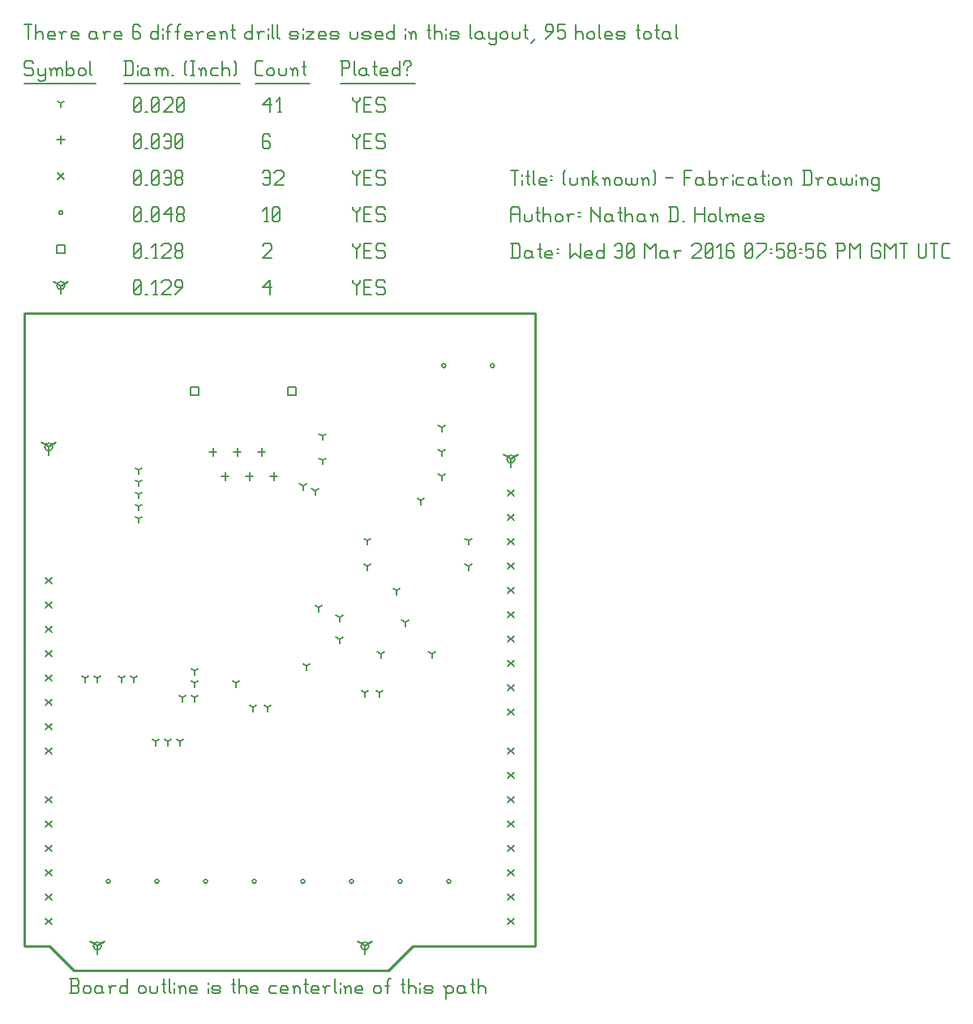
<source format=gbr>
G04 start of page 12 for group -3984 idx -3984 *
G04 Title: (unknown), fab *
G04 Creator: pcb 20140316 *
G04 CreationDate: Wed 30 Mar 2016 07:58:56 PM GMT UTC *
G04 For: ndholmes *
G04 Format: Gerber/RS-274X *
G04 PCB-Dimensions (mil): 2100.00 2700.00 *
G04 PCB-Coordinate-Origin: lower left *
%MOIN*%
%FSLAX25Y25*%
%LNFAB*%
%ADD77C,0.0100*%
%ADD76C,0.0060*%
%ADD75C,0.0001*%
%ADD74R,0.0080X0.0080*%
G54D74*X30000Y10000D02*Y6800D01*
G54D75*G36*
X29454Y10147D02*X32920Y12146D01*
X33320Y11453D01*
X29853Y9454D01*
X29454Y10147D01*
G37*
G36*
X30147Y9454D02*X26680Y11453D01*
X27080Y12146D01*
X30546Y10147D01*
X30147Y9454D01*
G37*
G54D74*X28400Y10000D02*G75*G03X31600Y10000I1600J0D01*G01*
G75*G03X28400Y10000I-1600J0D01*G01*
X10000Y215000D02*Y211800D01*
G54D75*G36*
X9454Y215147D02*X12920Y217146D01*
X13320Y216453D01*
X9853Y214454D01*
X9454Y215147D01*
G37*
G36*
X10147Y214454D02*X6680Y216453D01*
X7080Y217146D01*
X10546Y215147D01*
X10147Y214454D01*
G37*
G54D74*X8400Y215000D02*G75*G03X11600Y215000I1600J0D01*G01*
G75*G03X8400Y215000I-1600J0D01*G01*
X200000Y210000D02*Y206800D01*
G54D75*G36*
X199454Y210147D02*X202920Y212146D01*
X203320Y211453D01*
X199853Y209454D01*
X199454Y210147D01*
G37*
G36*
X200147Y209454D02*X196680Y211453D01*
X197080Y212146D01*
X200546Y210147D01*
X200147Y209454D01*
G37*
G54D74*X198400Y210000D02*G75*G03X201600Y210000I1600J0D01*G01*
G75*G03X198400Y210000I-1600J0D01*G01*
X140000Y10000D02*Y6800D01*
G54D75*G36*
X139454Y10147D02*X142920Y12146D01*
X143320Y11453D01*
X139853Y9454D01*
X139454Y10147D01*
G37*
G36*
X140147Y9454D02*X136680Y11453D01*
X137080Y12146D01*
X140546Y10147D01*
X140147Y9454D01*
G37*
G54D74*X138400Y10000D02*G75*G03X141600Y10000I1600J0D01*G01*
G75*G03X138400Y10000I-1600J0D01*G01*
X15000Y281250D02*Y278050D01*
G54D75*G36*
X14454Y281397D02*X17920Y283396D01*
X18320Y282703D01*
X14853Y280704D01*
X14454Y281397D01*
G37*
G36*
X15147Y280704D02*X11680Y282703D01*
X12080Y283396D01*
X15546Y281397D01*
X15147Y280704D01*
G37*
G54D74*X13400Y281250D02*G75*G03X16600Y281250I1600J0D01*G01*
G75*G03X13400Y281250I-1600J0D01*G01*
G54D76*X135000Y283500D02*Y282750D01*
X136500Y281250D01*
X138000Y282750D01*
Y283500D02*Y282750D01*
X136500Y281250D02*Y277500D01*
X139800Y280500D02*X142050D01*
X139800Y277500D02*X142800D01*
X139800Y283500D02*Y277500D01*
Y283500D02*X142800D01*
X147600D02*X148350Y282750D01*
X145350Y283500D02*X147600D01*
X144600Y282750D02*X145350Y283500D01*
X144600Y282750D02*Y281250D01*
X145350Y280500D01*
X147600D01*
X148350Y279750D01*
Y278250D01*
X147600Y277500D02*X148350Y278250D01*
X145350Y277500D02*X147600D01*
X144600Y278250D02*X145350Y277500D01*
X98000Y280500D02*X101000Y283500D01*
X98000Y280500D02*X101750D01*
X101000Y283500D02*Y277500D01*
X45000Y278250D02*X45750Y277500D01*
X45000Y282750D02*Y278250D01*
Y282750D02*X45750Y283500D01*
X47250D01*
X48000Y282750D01*
Y278250D01*
X47250Y277500D02*X48000Y278250D01*
X45750Y277500D02*X47250D01*
X45000Y279000D02*X48000Y282000D01*
X49800Y277500D02*X50550D01*
X53100D02*X54600D01*
X53850Y283500D02*Y277500D01*
X52350Y282000D02*X53850Y283500D01*
X56400Y282750D02*X57150Y283500D01*
X59400D01*
X60150Y282750D01*
Y281250D01*
X56400Y277500D02*X60150Y281250D01*
X56400Y277500D02*X60150D01*
X61950D02*X64950Y280500D01*
Y282750D02*Y280500D01*
X64200Y283500D02*X64950Y282750D01*
X62700Y283500D02*X64200D01*
X61950Y282750D02*X62700Y283500D01*
X61950Y282750D02*Y281250D01*
X62700Y280500D01*
X64950D01*
X68400Y239600D02*X71600D01*
X68400D02*Y236400D01*
X71600D01*
Y239600D02*Y236400D01*
X108400Y239600D02*X111600D01*
X108400D02*Y236400D01*
X111600D01*
Y239600D02*Y236400D01*
X13400Y297850D02*X16600D01*
X13400D02*Y294650D01*
X16600D01*
Y297850D02*Y294650D01*
X135000Y298500D02*Y297750D01*
X136500Y296250D01*
X138000Y297750D01*
Y298500D02*Y297750D01*
X136500Y296250D02*Y292500D01*
X139800Y295500D02*X142050D01*
X139800Y292500D02*X142800D01*
X139800Y298500D02*Y292500D01*
Y298500D02*X142800D01*
X147600D02*X148350Y297750D01*
X145350Y298500D02*X147600D01*
X144600Y297750D02*X145350Y298500D01*
X144600Y297750D02*Y296250D01*
X145350Y295500D01*
X147600D01*
X148350Y294750D01*
Y293250D01*
X147600Y292500D02*X148350Y293250D01*
X145350Y292500D02*X147600D01*
X144600Y293250D02*X145350Y292500D01*
X98000Y297750D02*X98750Y298500D01*
X101000D01*
X101750Y297750D01*
Y296250D01*
X98000Y292500D02*X101750Y296250D01*
X98000Y292500D02*X101750D01*
X45000Y293250D02*X45750Y292500D01*
X45000Y297750D02*Y293250D01*
Y297750D02*X45750Y298500D01*
X47250D01*
X48000Y297750D01*
Y293250D01*
X47250Y292500D02*X48000Y293250D01*
X45750Y292500D02*X47250D01*
X45000Y294000D02*X48000Y297000D01*
X49800Y292500D02*X50550D01*
X53100D02*X54600D01*
X53850Y298500D02*Y292500D01*
X52350Y297000D02*X53850Y298500D01*
X56400Y297750D02*X57150Y298500D01*
X59400D01*
X60150Y297750D01*
Y296250D01*
X56400Y292500D02*X60150Y296250D01*
X56400Y292500D02*X60150D01*
X61950Y293250D02*X62700Y292500D01*
X61950Y294750D02*Y293250D01*
Y294750D02*X62700Y295500D01*
X64200D01*
X64950Y294750D01*
Y293250D01*
X64200Y292500D02*X64950Y293250D01*
X62700Y292500D02*X64200D01*
X61950Y296250D02*X62700Y295500D01*
X61950Y297750D02*Y296250D01*
Y297750D02*X62700Y298500D01*
X64200D01*
X64950Y297750D01*
Y296250D01*
X64200Y295500D02*X64950Y296250D01*
X113700Y36500D02*G75*G03X115300Y36500I800J0D01*G01*
G75*G03X113700Y36500I-800J0D01*G01*
X133700D02*G75*G03X135300Y36500I800J0D01*G01*
G75*G03X133700Y36500I-800J0D01*G01*
X153700D02*G75*G03X155300Y36500I800J0D01*G01*
G75*G03X153700Y36500I-800J0D01*G01*
X173700D02*G75*G03X175300Y36500I800J0D01*G01*
G75*G03X173700Y36500I-800J0D01*G01*
X73700D02*G75*G03X75300Y36500I800J0D01*G01*
G75*G03X73700Y36500I-800J0D01*G01*
X93700D02*G75*G03X95300Y36500I800J0D01*G01*
G75*G03X93700Y36500I-800J0D01*G01*
X33700D02*G75*G03X35300Y36500I800J0D01*G01*
G75*G03X33700Y36500I-800J0D01*G01*
X53700D02*G75*G03X55300Y36500I800J0D01*G01*
G75*G03X53700Y36500I-800J0D01*G01*
X191600Y248400D02*G75*G03X193200Y248400I800J0D01*G01*
G75*G03X191600Y248400I-800J0D01*G01*
X171600D02*G75*G03X173200Y248400I800J0D01*G01*
G75*G03X171600Y248400I-800J0D01*G01*
X14200Y311250D02*G75*G03X15800Y311250I800J0D01*G01*
G75*G03X14200Y311250I-800J0D01*G01*
X135000Y313500D02*Y312750D01*
X136500Y311250D01*
X138000Y312750D01*
Y313500D02*Y312750D01*
X136500Y311250D02*Y307500D01*
X139800Y310500D02*X142050D01*
X139800Y307500D02*X142800D01*
X139800Y313500D02*Y307500D01*
Y313500D02*X142800D01*
X147600D02*X148350Y312750D01*
X145350Y313500D02*X147600D01*
X144600Y312750D02*X145350Y313500D01*
X144600Y312750D02*Y311250D01*
X145350Y310500D01*
X147600D01*
X148350Y309750D01*
Y308250D01*
X147600Y307500D02*X148350Y308250D01*
X145350Y307500D02*X147600D01*
X144600Y308250D02*X145350Y307500D01*
X98750D02*X100250D01*
X99500Y313500D02*Y307500D01*
X98000Y312000D02*X99500Y313500D01*
X102050Y308250D02*X102800Y307500D01*
X102050Y312750D02*Y308250D01*
Y312750D02*X102800Y313500D01*
X104300D01*
X105050Y312750D01*
Y308250D01*
X104300Y307500D02*X105050Y308250D01*
X102800Y307500D02*X104300D01*
X102050Y309000D02*X105050Y312000D01*
X45000Y308250D02*X45750Y307500D01*
X45000Y312750D02*Y308250D01*
Y312750D02*X45750Y313500D01*
X47250D01*
X48000Y312750D01*
Y308250D01*
X47250Y307500D02*X48000Y308250D01*
X45750Y307500D02*X47250D01*
X45000Y309000D02*X48000Y312000D01*
X49800Y307500D02*X50550D01*
X52350Y308250D02*X53100Y307500D01*
X52350Y312750D02*Y308250D01*
Y312750D02*X53100Y313500D01*
X54600D01*
X55350Y312750D01*
Y308250D01*
X54600Y307500D02*X55350Y308250D01*
X53100Y307500D02*X54600D01*
X52350Y309000D02*X55350Y312000D01*
X57150Y310500D02*X60150Y313500D01*
X57150Y310500D02*X60900D01*
X60150Y313500D02*Y307500D01*
X62700Y308250D02*X63450Y307500D01*
X62700Y309750D02*Y308250D01*
Y309750D02*X63450Y310500D01*
X64950D01*
X65700Y309750D01*
Y308250D01*
X64950Y307500D02*X65700Y308250D01*
X63450Y307500D02*X64950D01*
X62700Y311250D02*X63450Y310500D01*
X62700Y312750D02*Y311250D01*
Y312750D02*X63450Y313500D01*
X64950D01*
X65700Y312750D01*
Y311250D01*
X64950Y310500D02*X65700Y311250D01*
X198800Y21200D02*X201200Y18800D01*
X198800D02*X201200Y21200D01*
X198800Y31200D02*X201200Y28800D01*
X198800D02*X201200Y31200D01*
X198800Y41200D02*X201200Y38800D01*
X198800D02*X201200Y41200D01*
X198800Y51200D02*X201200Y48800D01*
X198800D02*X201200Y51200D01*
X198800Y61200D02*X201200Y58800D01*
X198800D02*X201200Y61200D01*
X198800Y71200D02*X201200Y68800D01*
X198800D02*X201200Y71200D01*
X198800Y81200D02*X201200Y78800D01*
X198800D02*X201200Y81200D01*
X198800Y91200D02*X201200Y88800D01*
X198800D02*X201200Y91200D01*
X198800Y107200D02*X201200Y104800D01*
X198800D02*X201200Y107200D01*
X198800Y117200D02*X201200Y114800D01*
X198800D02*X201200Y117200D01*
X198800Y127200D02*X201200Y124800D01*
X198800D02*X201200Y127200D01*
X198800Y137200D02*X201200Y134800D01*
X198800D02*X201200Y137200D01*
X198800Y147200D02*X201200Y144800D01*
X198800D02*X201200Y147200D01*
X198800Y157200D02*X201200Y154800D01*
X198800D02*X201200Y157200D01*
X198800Y167200D02*X201200Y164800D01*
X198800D02*X201200Y167200D01*
X198800Y177200D02*X201200Y174800D01*
X198800D02*X201200Y177200D01*
X198800Y187200D02*X201200Y184800D01*
X198800D02*X201200Y187200D01*
X198800Y197200D02*X201200Y194800D01*
X198800D02*X201200Y197200D01*
X8800Y161200D02*X11200Y158800D01*
X8800D02*X11200Y161200D01*
X8800Y151200D02*X11200Y148800D01*
X8800D02*X11200Y151200D01*
X8800Y141200D02*X11200Y138800D01*
X8800D02*X11200Y141200D01*
X8800Y131200D02*X11200Y128800D01*
X8800D02*X11200Y131200D01*
X8800Y121200D02*X11200Y118800D01*
X8800D02*X11200Y121200D01*
X8800Y111200D02*X11200Y108800D01*
X8800D02*X11200Y111200D01*
X8800Y101200D02*X11200Y98800D01*
X8800D02*X11200Y101200D01*
X8800Y91200D02*X11200Y88800D01*
X8800D02*X11200Y91200D01*
X8800Y71200D02*X11200Y68800D01*
X8800D02*X11200Y71200D01*
X8800Y61200D02*X11200Y58800D01*
X8800D02*X11200Y61200D01*
X8800Y51200D02*X11200Y48800D01*
X8800D02*X11200Y51200D01*
X8800Y41200D02*X11200Y38800D01*
X8800D02*X11200Y41200D01*
X8800Y31200D02*X11200Y28800D01*
X8800D02*X11200Y31200D01*
X8800Y21200D02*X11200Y18800D01*
X8800D02*X11200Y21200D01*
X13800Y327450D02*X16200Y325050D01*
X13800D02*X16200Y327450D01*
X135000Y328500D02*Y327750D01*
X136500Y326250D01*
X138000Y327750D01*
Y328500D02*Y327750D01*
X136500Y326250D02*Y322500D01*
X139800Y325500D02*X142050D01*
X139800Y322500D02*X142800D01*
X139800Y328500D02*Y322500D01*
Y328500D02*X142800D01*
X147600D02*X148350Y327750D01*
X145350Y328500D02*X147600D01*
X144600Y327750D02*X145350Y328500D01*
X144600Y327750D02*Y326250D01*
X145350Y325500D01*
X147600D01*
X148350Y324750D01*
Y323250D01*
X147600Y322500D02*X148350Y323250D01*
X145350Y322500D02*X147600D01*
X144600Y323250D02*X145350Y322500D01*
X98000Y327750D02*X98750Y328500D01*
X100250D01*
X101000Y327750D01*
Y323250D01*
X100250Y322500D02*X101000Y323250D01*
X98750Y322500D02*X100250D01*
X98000Y323250D02*X98750Y322500D01*
Y325500D02*X101000D01*
X102800Y327750D02*X103550Y328500D01*
X105800D01*
X106550Y327750D01*
Y326250D01*
X102800Y322500D02*X106550Y326250D01*
X102800Y322500D02*X106550D01*
X45000Y323250D02*X45750Y322500D01*
X45000Y327750D02*Y323250D01*
Y327750D02*X45750Y328500D01*
X47250D01*
X48000Y327750D01*
Y323250D01*
X47250Y322500D02*X48000Y323250D01*
X45750Y322500D02*X47250D01*
X45000Y324000D02*X48000Y327000D01*
X49800Y322500D02*X50550D01*
X52350Y323250D02*X53100Y322500D01*
X52350Y327750D02*Y323250D01*
Y327750D02*X53100Y328500D01*
X54600D01*
X55350Y327750D01*
Y323250D01*
X54600Y322500D02*X55350Y323250D01*
X53100Y322500D02*X54600D01*
X52350Y324000D02*X55350Y327000D01*
X57150Y327750D02*X57900Y328500D01*
X59400D01*
X60150Y327750D01*
Y323250D01*
X59400Y322500D02*X60150Y323250D01*
X57900Y322500D02*X59400D01*
X57150Y323250D02*X57900Y322500D01*
Y325500D02*X60150D01*
X61950Y323250D02*X62700Y322500D01*
X61950Y324750D02*Y323250D01*
Y324750D02*X62700Y325500D01*
X64200D01*
X64950Y324750D01*
Y323250D01*
X64200Y322500D02*X64950Y323250D01*
X62700Y322500D02*X64200D01*
X61950Y326250D02*X62700Y325500D01*
X61950Y327750D02*Y326250D01*
Y327750D02*X62700Y328500D01*
X64200D01*
X64950Y327750D01*
Y326250D01*
X64200Y325500D02*X64950Y326250D01*
X102500Y204600D02*Y201400D01*
X100900Y203000D02*X104100D01*
X97500Y214600D02*Y211400D01*
X95900Y213000D02*X99100D01*
X92500Y204600D02*Y201400D01*
X90900Y203000D02*X94100D01*
X87500Y214600D02*Y211400D01*
X85900Y213000D02*X89100D01*
X82500Y204600D02*Y201400D01*
X80900Y203000D02*X84100D01*
X77500Y214600D02*Y211400D01*
X75900Y213000D02*X79100D01*
X15000Y342850D02*Y339650D01*
X13400Y341250D02*X16600D01*
X135000Y343500D02*Y342750D01*
X136500Y341250D01*
X138000Y342750D01*
Y343500D02*Y342750D01*
X136500Y341250D02*Y337500D01*
X139800Y340500D02*X142050D01*
X139800Y337500D02*X142800D01*
X139800Y343500D02*Y337500D01*
Y343500D02*X142800D01*
X147600D02*X148350Y342750D01*
X145350Y343500D02*X147600D01*
X144600Y342750D02*X145350Y343500D01*
X144600Y342750D02*Y341250D01*
X145350Y340500D01*
X147600D01*
X148350Y339750D01*
Y338250D01*
X147600Y337500D02*X148350Y338250D01*
X145350Y337500D02*X147600D01*
X144600Y338250D02*X145350Y337500D01*
X100250Y343500D02*X101000Y342750D01*
X98750Y343500D02*X100250D01*
X98000Y342750D02*X98750Y343500D01*
X98000Y342750D02*Y338250D01*
X98750Y337500D01*
X100250Y340500D02*X101000Y339750D01*
X98000Y340500D02*X100250D01*
X98750Y337500D02*X100250D01*
X101000Y338250D01*
Y339750D02*Y338250D01*
X45000D02*X45750Y337500D01*
X45000Y342750D02*Y338250D01*
Y342750D02*X45750Y343500D01*
X47250D01*
X48000Y342750D01*
Y338250D01*
X47250Y337500D02*X48000Y338250D01*
X45750Y337500D02*X47250D01*
X45000Y339000D02*X48000Y342000D01*
X49800Y337500D02*X50550D01*
X52350Y338250D02*X53100Y337500D01*
X52350Y342750D02*Y338250D01*
Y342750D02*X53100Y343500D01*
X54600D01*
X55350Y342750D01*
Y338250D01*
X54600Y337500D02*X55350Y338250D01*
X53100Y337500D02*X54600D01*
X52350Y339000D02*X55350Y342000D01*
X57150Y342750D02*X57900Y343500D01*
X59400D01*
X60150Y342750D01*
Y338250D01*
X59400Y337500D02*X60150Y338250D01*
X57900Y337500D02*X59400D01*
X57150Y338250D02*X57900Y337500D01*
Y340500D02*X60150D01*
X61950Y338250D02*X62700Y337500D01*
X61950Y342750D02*Y338250D01*
Y342750D02*X62700Y343500D01*
X64200D01*
X64950Y342750D01*
Y338250D01*
X64200Y337500D02*X64950Y338250D01*
X62700Y337500D02*X64200D01*
X61950Y339000D02*X64950Y342000D01*
X64000Y94000D02*Y92400D01*
Y94000D02*X65387Y94800D01*
X64000Y94000D02*X62613Y94800D01*
X146000Y114000D02*Y112400D01*
Y114000D02*X147387Y114800D01*
X146000Y114000D02*X144613Y114800D01*
X59000Y94000D02*Y92400D01*
Y94000D02*X60387Y94800D01*
X59000Y94000D02*X57613Y94800D01*
X54000Y94000D02*Y92400D01*
Y94000D02*X55387Y94800D01*
X54000Y94000D02*X52613Y94800D01*
X70000Y112000D02*Y110400D01*
Y112000D02*X71387Y112800D01*
X70000Y112000D02*X68613Y112800D01*
X70000Y118000D02*Y116400D01*
Y118000D02*X71387Y118800D01*
X70000Y118000D02*X68613Y118800D01*
X140000Y114000D02*Y112400D01*
Y114000D02*X141387Y114800D01*
X140000Y114000D02*X138613Y114800D01*
X65000Y112000D02*Y110400D01*
Y112000D02*X66387Y112800D01*
X65000Y112000D02*X63613Y112800D01*
X116000Y125000D02*Y123400D01*
Y125000D02*X117387Y125800D01*
X116000Y125000D02*X114613Y125800D01*
X94000Y108000D02*Y106400D01*
Y108000D02*X95387Y108800D01*
X94000Y108000D02*X92613Y108800D01*
X100000Y108000D02*Y106400D01*
Y108000D02*X101387Y108800D01*
X100000Y108000D02*X98613Y108800D01*
X70000Y123000D02*Y121400D01*
Y123000D02*X71387Y123800D01*
X70000Y123000D02*X68613Y123800D01*
X87000Y118000D02*Y116400D01*
Y118000D02*X88387Y118800D01*
X87000Y118000D02*X85613Y118800D01*
X30000Y120000D02*Y118400D01*
Y120000D02*X31387Y120800D01*
X30000Y120000D02*X28613Y120800D01*
X25000Y120000D02*Y118400D01*
Y120000D02*X26387Y120800D01*
X25000Y120000D02*X23613Y120800D01*
X40000Y120000D02*Y118400D01*
Y120000D02*X41387Y120800D01*
X40000Y120000D02*X38613Y120800D01*
X45000Y120000D02*Y118400D01*
Y120000D02*X46387Y120800D01*
X45000Y120000D02*X43613Y120800D01*
X182500Y176500D02*Y174900D01*
Y176500D02*X183887Y177300D01*
X182500Y176500D02*X181113Y177300D01*
X141000Y176500D02*Y174900D01*
Y176500D02*X142387Y177300D01*
X141000Y176500D02*X139613Y177300D01*
X182500Y166000D02*Y164400D01*
Y166000D02*X183887Y166800D01*
X182500Y166000D02*X181113Y166800D01*
X141000Y166000D02*Y164400D01*
Y166000D02*X142387Y166800D01*
X141000Y166000D02*X139613Y166800D01*
X167500Y130000D02*Y128400D01*
Y130000D02*X168887Y130800D01*
X167500Y130000D02*X166113Y130800D01*
X129500Y136000D02*Y134400D01*
Y136000D02*X130887Y136800D01*
X129500Y136000D02*X128113Y136800D01*
X129500Y145000D02*Y143400D01*
Y145000D02*X130887Y145800D01*
X129500Y145000D02*X128113Y145800D01*
X146500Y130000D02*Y128400D01*
Y130000D02*X147887Y130800D01*
X146500Y130000D02*X145113Y130800D01*
X156500Y143000D02*Y141400D01*
Y143000D02*X157887Y143800D01*
X156500Y143000D02*X155113Y143800D01*
X171500Y223000D02*Y221400D01*
Y223000D02*X172887Y223800D01*
X171500Y223000D02*X170113Y223800D01*
X171500Y213000D02*Y211400D01*
Y213000D02*X172887Y213800D01*
X171500Y213000D02*X170113Y213800D01*
X171500Y203000D02*Y201400D01*
Y203000D02*X172887Y203800D01*
X171500Y203000D02*X170113Y203800D01*
X153000Y156000D02*Y154400D01*
Y156000D02*X154387Y156800D01*
X153000Y156000D02*X151613Y156800D01*
X163000Y193000D02*Y191400D01*
Y193000D02*X164387Y193800D01*
X163000Y193000D02*X161613Y193800D01*
X122500Y209500D02*Y207900D01*
Y209500D02*X123887Y210300D01*
X122500Y209500D02*X121113Y210300D01*
X122500Y219500D02*Y217900D01*
Y219500D02*X123887Y220300D01*
X122500Y219500D02*X121113Y220300D01*
X119500Y197000D02*Y195400D01*
Y197000D02*X120887Y197800D01*
X119500Y197000D02*X118113Y197800D01*
X114500Y199000D02*Y197400D01*
Y199000D02*X115887Y199800D01*
X114500Y199000D02*X113113Y199800D01*
X121000Y149000D02*Y147400D01*
Y149000D02*X122387Y149800D01*
X121000Y149000D02*X119613Y149800D01*
X47000Y195500D02*Y193900D01*
Y195500D02*X48387Y196300D01*
X47000Y195500D02*X45613Y196300D01*
X47000Y200500D02*Y198900D01*
Y200500D02*X48387Y201300D01*
X47000Y200500D02*X45613Y201300D01*
X47000Y205500D02*Y203900D01*
Y205500D02*X48387Y206300D01*
X47000Y205500D02*X45613Y206300D01*
X47000Y190500D02*Y188900D01*
Y190500D02*X48387Y191300D01*
X47000Y190500D02*X45613Y191300D01*
X47000Y185500D02*Y183900D01*
Y185500D02*X48387Y186300D01*
X47000Y185500D02*X45613Y186300D01*
X15000Y356250D02*Y354650D01*
Y356250D02*X16387Y357050D01*
X15000Y356250D02*X13613Y357050D01*
X135000Y358500D02*Y357750D01*
X136500Y356250D01*
X138000Y357750D01*
Y358500D02*Y357750D01*
X136500Y356250D02*Y352500D01*
X139800Y355500D02*X142050D01*
X139800Y352500D02*X142800D01*
X139800Y358500D02*Y352500D01*
Y358500D02*X142800D01*
X147600D02*X148350Y357750D01*
X145350Y358500D02*X147600D01*
X144600Y357750D02*X145350Y358500D01*
X144600Y357750D02*Y356250D01*
X145350Y355500D01*
X147600D01*
X148350Y354750D01*
Y353250D01*
X147600Y352500D02*X148350Y353250D01*
X145350Y352500D02*X147600D01*
X144600Y353250D02*X145350Y352500D01*
X98000Y355500D02*X101000Y358500D01*
X98000Y355500D02*X101750D01*
X101000Y358500D02*Y352500D01*
X104300D02*X105800D01*
X105050Y358500D02*Y352500D01*
X103550Y357000D02*X105050Y358500D01*
X45000Y353250D02*X45750Y352500D01*
X45000Y357750D02*Y353250D01*
Y357750D02*X45750Y358500D01*
X47250D01*
X48000Y357750D01*
Y353250D01*
X47250Y352500D02*X48000Y353250D01*
X45750Y352500D02*X47250D01*
X45000Y354000D02*X48000Y357000D01*
X49800Y352500D02*X50550D01*
X52350Y353250D02*X53100Y352500D01*
X52350Y357750D02*Y353250D01*
Y357750D02*X53100Y358500D01*
X54600D01*
X55350Y357750D01*
Y353250D01*
X54600Y352500D02*X55350Y353250D01*
X53100Y352500D02*X54600D01*
X52350Y354000D02*X55350Y357000D01*
X57150Y357750D02*X57900Y358500D01*
X60150D01*
X60900Y357750D01*
Y356250D01*
X57150Y352500D02*X60900Y356250D01*
X57150Y352500D02*X60900D01*
X62700Y353250D02*X63450Y352500D01*
X62700Y357750D02*Y353250D01*
Y357750D02*X63450Y358500D01*
X64950D01*
X65700Y357750D01*
Y353250D01*
X64950Y352500D02*X65700Y353250D01*
X63450Y352500D02*X64950D01*
X62700Y354000D02*X65700Y357000D01*
X3000Y373500D02*X3750Y372750D01*
X750Y373500D02*X3000D01*
X0Y372750D02*X750Y373500D01*
X0Y372750D02*Y371250D01*
X750Y370500D01*
X3000D01*
X3750Y369750D01*
Y368250D01*
X3000Y367500D02*X3750Y368250D01*
X750Y367500D02*X3000D01*
X0Y368250D02*X750Y367500D01*
X5550Y370500D02*Y368250D01*
X6300Y367500D01*
X8550Y370500D02*Y366000D01*
X7800Y365250D02*X8550Y366000D01*
X6300Y365250D02*X7800D01*
X5550Y366000D02*X6300Y365250D01*
Y367500D02*X7800D01*
X8550Y368250D01*
X11100Y369750D02*Y367500D01*
Y369750D02*X11850Y370500D01*
X12600D01*
X13350Y369750D01*
Y367500D01*
Y369750D02*X14100Y370500D01*
X14850D01*
X15600Y369750D01*
Y367500D01*
X10350Y370500D02*X11100Y369750D01*
X17400Y373500D02*Y367500D01*
Y368250D02*X18150Y367500D01*
X19650D01*
X20400Y368250D01*
Y369750D02*Y368250D01*
X19650Y370500D02*X20400Y369750D01*
X18150Y370500D02*X19650D01*
X17400Y369750D02*X18150Y370500D01*
X22200Y369750D02*Y368250D01*
Y369750D02*X22950Y370500D01*
X24450D01*
X25200Y369750D01*
Y368250D01*
X24450Y367500D02*X25200Y368250D01*
X22950Y367500D02*X24450D01*
X22200Y368250D02*X22950Y367500D01*
X27000Y373500D02*Y368250D01*
X27750Y367500D01*
X0Y364250D02*X29250D01*
X41750Y373500D02*Y367500D01*
X44000Y373500D02*X44750Y372750D01*
Y368250D01*
X44000Y367500D02*X44750Y368250D01*
X41000Y367500D02*X44000D01*
X41000Y373500D02*X44000D01*
X46550Y372000D02*Y371250D01*
Y369750D02*Y367500D01*
X50300Y370500D02*X51050Y369750D01*
X48800Y370500D02*X50300D01*
X48050Y369750D02*X48800Y370500D01*
X48050Y369750D02*Y368250D01*
X48800Y367500D01*
X51050Y370500D02*Y368250D01*
X51800Y367500D01*
X48800D02*X50300D01*
X51050Y368250D01*
X54350Y369750D02*Y367500D01*
Y369750D02*X55100Y370500D01*
X55850D01*
X56600Y369750D01*
Y367500D01*
Y369750D02*X57350Y370500D01*
X58100D01*
X58850Y369750D01*
Y367500D01*
X53600Y370500D02*X54350Y369750D01*
X60650Y367500D02*X61400D01*
X65900Y368250D02*X66650Y367500D01*
X65900Y372750D02*X66650Y373500D01*
X65900Y372750D02*Y368250D01*
X68450Y373500D02*X69950D01*
X69200D02*Y367500D01*
X68450D02*X69950D01*
X72500Y369750D02*Y367500D01*
Y369750D02*X73250Y370500D01*
X74000D01*
X74750Y369750D01*
Y367500D01*
X71750Y370500D02*X72500Y369750D01*
X77300Y370500D02*X79550D01*
X76550Y369750D02*X77300Y370500D01*
X76550Y369750D02*Y368250D01*
X77300Y367500D01*
X79550D01*
X81350Y373500D02*Y367500D01*
Y369750D02*X82100Y370500D01*
X83600D01*
X84350Y369750D01*
Y367500D01*
X86150Y373500D02*X86900Y372750D01*
Y368250D01*
X86150Y367500D02*X86900Y368250D01*
X41000Y364250D02*X88700D01*
X95750Y367500D02*X98000D01*
X95000Y368250D02*X95750Y367500D01*
X95000Y372750D02*Y368250D01*
Y372750D02*X95750Y373500D01*
X98000D01*
X99800Y369750D02*Y368250D01*
Y369750D02*X100550Y370500D01*
X102050D01*
X102800Y369750D01*
Y368250D01*
X102050Y367500D02*X102800Y368250D01*
X100550Y367500D02*X102050D01*
X99800Y368250D02*X100550Y367500D01*
X104600Y370500D02*Y368250D01*
X105350Y367500D01*
X106850D01*
X107600Y368250D01*
Y370500D02*Y368250D01*
X110150Y369750D02*Y367500D01*
Y369750D02*X110900Y370500D01*
X111650D01*
X112400Y369750D01*
Y367500D01*
X109400Y370500D02*X110150Y369750D01*
X114950Y373500D02*Y368250D01*
X115700Y367500D01*
X114200Y371250D02*X115700D01*
X95000Y364250D02*X117200D01*
X130750Y373500D02*Y367500D01*
X130000Y373500D02*X133000D01*
X133750Y372750D01*
Y371250D01*
X133000Y370500D02*X133750Y371250D01*
X130750Y370500D02*X133000D01*
X135550Y373500D02*Y368250D01*
X136300Y367500D01*
X140050Y370500D02*X140800Y369750D01*
X138550Y370500D02*X140050D01*
X137800Y369750D02*X138550Y370500D01*
X137800Y369750D02*Y368250D01*
X138550Y367500D01*
X140800Y370500D02*Y368250D01*
X141550Y367500D01*
X138550D02*X140050D01*
X140800Y368250D01*
X144100Y373500D02*Y368250D01*
X144850Y367500D01*
X143350Y371250D02*X144850D01*
X147100Y367500D02*X149350D01*
X146350Y368250D02*X147100Y367500D01*
X146350Y369750D02*Y368250D01*
Y369750D02*X147100Y370500D01*
X148600D01*
X149350Y369750D01*
X146350Y369000D02*X149350D01*
Y369750D02*Y369000D01*
X154150Y373500D02*Y367500D01*
X153400D02*X154150Y368250D01*
X151900Y367500D02*X153400D01*
X151150Y368250D02*X151900Y367500D01*
X151150Y369750D02*Y368250D01*
Y369750D02*X151900Y370500D01*
X153400D01*
X154150Y369750D01*
X157450Y370500D02*Y369750D01*
Y368250D02*Y367500D01*
X155950Y372750D02*Y372000D01*
Y372750D02*X156700Y373500D01*
X158200D01*
X158950Y372750D01*
Y372000D01*
X157450Y370500D02*X158950Y372000D01*
X130000Y364250D02*X160750D01*
X0Y388500D02*X3000D01*
X1500D02*Y382500D01*
X4800Y388500D02*Y382500D01*
Y384750D02*X5550Y385500D01*
X7050D01*
X7800Y384750D01*
Y382500D01*
X10350D02*X12600D01*
X9600Y383250D02*X10350Y382500D01*
X9600Y384750D02*Y383250D01*
Y384750D02*X10350Y385500D01*
X11850D01*
X12600Y384750D01*
X9600Y384000D02*X12600D01*
Y384750D02*Y384000D01*
X15150Y384750D02*Y382500D01*
Y384750D02*X15900Y385500D01*
X17400D01*
X14400D02*X15150Y384750D01*
X19950Y382500D02*X22200D01*
X19200Y383250D02*X19950Y382500D01*
X19200Y384750D02*Y383250D01*
Y384750D02*X19950Y385500D01*
X21450D01*
X22200Y384750D01*
X19200Y384000D02*X22200D01*
Y384750D02*Y384000D01*
X28950Y385500D02*X29700Y384750D01*
X27450Y385500D02*X28950D01*
X26700Y384750D02*X27450Y385500D01*
X26700Y384750D02*Y383250D01*
X27450Y382500D01*
X29700Y385500D02*Y383250D01*
X30450Y382500D01*
X27450D02*X28950D01*
X29700Y383250D01*
X33000Y384750D02*Y382500D01*
Y384750D02*X33750Y385500D01*
X35250D01*
X32250D02*X33000Y384750D01*
X37800Y382500D02*X40050D01*
X37050Y383250D02*X37800Y382500D01*
X37050Y384750D02*Y383250D01*
Y384750D02*X37800Y385500D01*
X39300D01*
X40050Y384750D01*
X37050Y384000D02*X40050D01*
Y384750D02*Y384000D01*
X46800Y388500D02*X47550Y387750D01*
X45300Y388500D02*X46800D01*
X44550Y387750D02*X45300Y388500D01*
X44550Y387750D02*Y383250D01*
X45300Y382500D01*
X46800Y385500D02*X47550Y384750D01*
X44550Y385500D02*X46800D01*
X45300Y382500D02*X46800D01*
X47550Y383250D01*
Y384750D02*Y383250D01*
X55050Y388500D02*Y382500D01*
X54300D02*X55050Y383250D01*
X52800Y382500D02*X54300D01*
X52050Y383250D02*X52800Y382500D01*
X52050Y384750D02*Y383250D01*
Y384750D02*X52800Y385500D01*
X54300D01*
X55050Y384750D01*
X56850Y387000D02*Y386250D01*
Y384750D02*Y382500D01*
X59100Y387750D02*Y382500D01*
Y387750D02*X59850Y388500D01*
X60600D01*
X58350Y385500D02*X59850D01*
X62850Y387750D02*Y382500D01*
Y387750D02*X63600Y388500D01*
X64350D01*
X62100Y385500D02*X63600D01*
X66600Y382500D02*X68850D01*
X65850Y383250D02*X66600Y382500D01*
X65850Y384750D02*Y383250D01*
Y384750D02*X66600Y385500D01*
X68100D01*
X68850Y384750D01*
X65850Y384000D02*X68850D01*
Y384750D02*Y384000D01*
X71400Y384750D02*Y382500D01*
Y384750D02*X72150Y385500D01*
X73650D01*
X70650D02*X71400Y384750D01*
X76200Y382500D02*X78450D01*
X75450Y383250D02*X76200Y382500D01*
X75450Y384750D02*Y383250D01*
Y384750D02*X76200Y385500D01*
X77700D01*
X78450Y384750D01*
X75450Y384000D02*X78450D01*
Y384750D02*Y384000D01*
X81000Y384750D02*Y382500D01*
Y384750D02*X81750Y385500D01*
X82500D01*
X83250Y384750D01*
Y382500D01*
X80250Y385500D02*X81000Y384750D01*
X85800Y388500D02*Y383250D01*
X86550Y382500D01*
X85050Y386250D02*X86550D01*
X93750Y388500D02*Y382500D01*
X93000D02*X93750Y383250D01*
X91500Y382500D02*X93000D01*
X90750Y383250D02*X91500Y382500D01*
X90750Y384750D02*Y383250D01*
Y384750D02*X91500Y385500D01*
X93000D01*
X93750Y384750D01*
X96300D02*Y382500D01*
Y384750D02*X97050Y385500D01*
X98550D01*
X95550D02*X96300Y384750D01*
X100350Y387000D02*Y386250D01*
Y384750D02*Y382500D01*
X101850Y388500D02*Y383250D01*
X102600Y382500D01*
X104100Y388500D02*Y383250D01*
X104850Y382500D01*
X109800D02*X112050D01*
X112800Y383250D01*
X112050Y384000D02*X112800Y383250D01*
X109800Y384000D02*X112050D01*
X109050Y384750D02*X109800Y384000D01*
X109050Y384750D02*X109800Y385500D01*
X112050D01*
X112800Y384750D01*
X109050Y383250D02*X109800Y382500D01*
X114600Y387000D02*Y386250D01*
Y384750D02*Y382500D01*
X116100Y385500D02*X119100D01*
X116100Y382500D02*X119100Y385500D01*
X116100Y382500D02*X119100D01*
X121650D02*X123900D01*
X120900Y383250D02*X121650Y382500D01*
X120900Y384750D02*Y383250D01*
Y384750D02*X121650Y385500D01*
X123150D01*
X123900Y384750D01*
X120900Y384000D02*X123900D01*
Y384750D02*Y384000D01*
X126450Y382500D02*X128700D01*
X129450Y383250D01*
X128700Y384000D02*X129450Y383250D01*
X126450Y384000D02*X128700D01*
X125700Y384750D02*X126450Y384000D01*
X125700Y384750D02*X126450Y385500D01*
X128700D01*
X129450Y384750D01*
X125700Y383250D02*X126450Y382500D01*
X133950Y385500D02*Y383250D01*
X134700Y382500D01*
X136200D01*
X136950Y383250D01*
Y385500D02*Y383250D01*
X139500Y382500D02*X141750D01*
X142500Y383250D01*
X141750Y384000D02*X142500Y383250D01*
X139500Y384000D02*X141750D01*
X138750Y384750D02*X139500Y384000D01*
X138750Y384750D02*X139500Y385500D01*
X141750D01*
X142500Y384750D01*
X138750Y383250D02*X139500Y382500D01*
X145050D02*X147300D01*
X144300Y383250D02*X145050Y382500D01*
X144300Y384750D02*Y383250D01*
Y384750D02*X145050Y385500D01*
X146550D01*
X147300Y384750D01*
X144300Y384000D02*X147300D01*
Y384750D02*Y384000D01*
X152100Y388500D02*Y382500D01*
X151350D02*X152100Y383250D01*
X149850Y382500D02*X151350D01*
X149100Y383250D02*X149850Y382500D01*
X149100Y384750D02*Y383250D01*
Y384750D02*X149850Y385500D01*
X151350D01*
X152100Y384750D01*
X156600Y387000D02*Y386250D01*
Y384750D02*Y382500D01*
X158850Y384750D02*Y382500D01*
Y384750D02*X159600Y385500D01*
X160350D01*
X161100Y384750D01*
Y382500D01*
X158100Y385500D02*X158850Y384750D01*
X166350Y388500D02*Y383250D01*
X167100Y382500D01*
X165600Y386250D02*X167100D01*
X168600Y388500D02*Y382500D01*
Y384750D02*X169350Y385500D01*
X170850D01*
X171600Y384750D01*
Y382500D01*
X173400Y387000D02*Y386250D01*
Y384750D02*Y382500D01*
X175650D02*X177900D01*
X178650Y383250D01*
X177900Y384000D02*X178650Y383250D01*
X175650Y384000D02*X177900D01*
X174900Y384750D02*X175650Y384000D01*
X174900Y384750D02*X175650Y385500D01*
X177900D01*
X178650Y384750D01*
X174900Y383250D02*X175650Y382500D01*
X183150Y388500D02*Y383250D01*
X183900Y382500D01*
X187650Y385500D02*X188400Y384750D01*
X186150Y385500D02*X187650D01*
X185400Y384750D02*X186150Y385500D01*
X185400Y384750D02*Y383250D01*
X186150Y382500D01*
X188400Y385500D02*Y383250D01*
X189150Y382500D01*
X186150D02*X187650D01*
X188400Y383250D01*
X190950Y385500D02*Y383250D01*
X191700Y382500D01*
X193950Y385500D02*Y381000D01*
X193200Y380250D02*X193950Y381000D01*
X191700Y380250D02*X193200D01*
X190950Y381000D02*X191700Y380250D01*
Y382500D02*X193200D01*
X193950Y383250D01*
X195750Y384750D02*Y383250D01*
Y384750D02*X196500Y385500D01*
X198000D01*
X198750Y384750D01*
Y383250D01*
X198000Y382500D02*X198750Y383250D01*
X196500Y382500D02*X198000D01*
X195750Y383250D02*X196500Y382500D01*
X200550Y385500D02*Y383250D01*
X201300Y382500D01*
X202800D01*
X203550Y383250D01*
Y385500D02*Y383250D01*
X206100Y388500D02*Y383250D01*
X206850Y382500D01*
X205350Y386250D02*X206850D01*
X208350Y381000D02*X209850Y382500D01*
X214350D02*X217350Y385500D01*
Y387750D02*Y385500D01*
X216600Y388500D02*X217350Y387750D01*
X215100Y388500D02*X216600D01*
X214350Y387750D02*X215100Y388500D01*
X214350Y387750D02*Y386250D01*
X215100Y385500D01*
X217350D01*
X219150Y388500D02*X222150D01*
X219150D02*Y385500D01*
X219900Y386250D01*
X221400D01*
X222150Y385500D01*
Y383250D01*
X221400Y382500D02*X222150Y383250D01*
X219900Y382500D02*X221400D01*
X219150Y383250D02*X219900Y382500D01*
X226650Y388500D02*Y382500D01*
Y384750D02*X227400Y385500D01*
X228900D01*
X229650Y384750D01*
Y382500D01*
X231450Y384750D02*Y383250D01*
Y384750D02*X232200Y385500D01*
X233700D01*
X234450Y384750D01*
Y383250D01*
X233700Y382500D02*X234450Y383250D01*
X232200Y382500D02*X233700D01*
X231450Y383250D02*X232200Y382500D01*
X236250Y388500D02*Y383250D01*
X237000Y382500D01*
X239250D02*X241500D01*
X238500Y383250D02*X239250Y382500D01*
X238500Y384750D02*Y383250D01*
Y384750D02*X239250Y385500D01*
X240750D01*
X241500Y384750D01*
X238500Y384000D02*X241500D01*
Y384750D02*Y384000D01*
X244050Y382500D02*X246300D01*
X247050Y383250D01*
X246300Y384000D02*X247050Y383250D01*
X244050Y384000D02*X246300D01*
X243300Y384750D02*X244050Y384000D01*
X243300Y384750D02*X244050Y385500D01*
X246300D01*
X247050Y384750D01*
X243300Y383250D02*X244050Y382500D01*
X252300Y388500D02*Y383250D01*
X253050Y382500D01*
X251550Y386250D02*X253050D01*
X254550Y384750D02*Y383250D01*
Y384750D02*X255300Y385500D01*
X256800D01*
X257550Y384750D01*
Y383250D01*
X256800Y382500D02*X257550Y383250D01*
X255300Y382500D02*X256800D01*
X254550Y383250D02*X255300Y382500D01*
X260100Y388500D02*Y383250D01*
X260850Y382500D01*
X259350Y386250D02*X260850D01*
X264600Y385500D02*X265350Y384750D01*
X263100Y385500D02*X264600D01*
X262350Y384750D02*X263100Y385500D01*
X262350Y384750D02*Y383250D01*
X263100Y382500D01*
X265350Y385500D02*Y383250D01*
X266100Y382500D01*
X263100D02*X264600D01*
X265350Y383250D01*
X267900Y388500D02*Y383250D01*
X268650Y382500D01*
G54D77*X0Y270000D02*Y10000D01*
X210000D02*Y270000D01*
X0D01*
Y10000D02*X10300D01*
X20300Y0D01*
X149700D01*
X159700Y10000D01*
X210000D01*
G54D76*X18675Y-9500D02*X21675D01*
X22425Y-8750D01*
Y-7250D02*Y-8750D01*
X21675Y-6500D02*X22425Y-7250D01*
X19425Y-6500D02*X21675D01*
X19425Y-3500D02*Y-9500D01*
X18675Y-3500D02*X21675D01*
X22425Y-4250D01*
Y-5750D01*
X21675Y-6500D02*X22425Y-5750D01*
X24225Y-7250D02*Y-8750D01*
Y-7250D02*X24975Y-6500D01*
X26475D01*
X27225Y-7250D01*
Y-8750D01*
X26475Y-9500D02*X27225Y-8750D01*
X24975Y-9500D02*X26475D01*
X24225Y-8750D02*X24975Y-9500D01*
X31275Y-6500D02*X32025Y-7250D01*
X29775Y-6500D02*X31275D01*
X29025Y-7250D02*X29775Y-6500D01*
X29025Y-7250D02*Y-8750D01*
X29775Y-9500D01*
X32025Y-6500D02*Y-8750D01*
X32775Y-9500D01*
X29775D02*X31275D01*
X32025Y-8750D01*
X35325Y-7250D02*Y-9500D01*
Y-7250D02*X36075Y-6500D01*
X37575D01*
X34575D02*X35325Y-7250D01*
X42375Y-3500D02*Y-9500D01*
X41625D02*X42375Y-8750D01*
X40125Y-9500D02*X41625D01*
X39375Y-8750D02*X40125Y-9500D01*
X39375Y-7250D02*Y-8750D01*
Y-7250D02*X40125Y-6500D01*
X41625D01*
X42375Y-7250D01*
X46875D02*Y-8750D01*
Y-7250D02*X47625Y-6500D01*
X49125D01*
X49875Y-7250D01*
Y-8750D01*
X49125Y-9500D02*X49875Y-8750D01*
X47625Y-9500D02*X49125D01*
X46875Y-8750D02*X47625Y-9500D01*
X51675Y-6500D02*Y-8750D01*
X52425Y-9500D01*
X53925D01*
X54675Y-8750D01*
Y-6500D02*Y-8750D01*
X57225Y-3500D02*Y-8750D01*
X57975Y-9500D01*
X56475Y-5750D02*X57975D01*
X59475Y-3500D02*Y-8750D01*
X60225Y-9500D01*
X61725Y-5000D02*Y-5750D01*
Y-7250D02*Y-9500D01*
X63975Y-7250D02*Y-9500D01*
Y-7250D02*X64725Y-6500D01*
X65475D01*
X66225Y-7250D01*
Y-9500D01*
X63225Y-6500D02*X63975Y-7250D01*
X68775Y-9500D02*X71025D01*
X68025Y-8750D02*X68775Y-9500D01*
X68025Y-7250D02*Y-8750D01*
Y-7250D02*X68775Y-6500D01*
X70275D01*
X71025Y-7250D01*
X68025Y-8000D02*X71025D01*
Y-7250D02*Y-8000D01*
X75525Y-5000D02*Y-5750D01*
Y-7250D02*Y-9500D01*
X77775D02*X80025D01*
X80775Y-8750D01*
X80025Y-8000D02*X80775Y-8750D01*
X77775Y-8000D02*X80025D01*
X77025Y-7250D02*X77775Y-8000D01*
X77025Y-7250D02*X77775Y-6500D01*
X80025D01*
X80775Y-7250D01*
X77025Y-8750D02*X77775Y-9500D01*
X86025Y-3500D02*Y-8750D01*
X86775Y-9500D01*
X85275Y-5750D02*X86775D01*
X88275Y-3500D02*Y-9500D01*
Y-7250D02*X89025Y-6500D01*
X90525D01*
X91275Y-7250D01*
Y-9500D01*
X93825D02*X96075D01*
X93075Y-8750D02*X93825Y-9500D01*
X93075Y-7250D02*Y-8750D01*
Y-7250D02*X93825Y-6500D01*
X95325D01*
X96075Y-7250D01*
X93075Y-8000D02*X96075D01*
Y-7250D02*Y-8000D01*
X101325Y-6500D02*X103575D01*
X100575Y-7250D02*X101325Y-6500D01*
X100575Y-7250D02*Y-8750D01*
X101325Y-9500D01*
X103575D01*
X106125D02*X108375D01*
X105375Y-8750D02*X106125Y-9500D01*
X105375Y-7250D02*Y-8750D01*
Y-7250D02*X106125Y-6500D01*
X107625D01*
X108375Y-7250D01*
X105375Y-8000D02*X108375D01*
Y-7250D02*Y-8000D01*
X110925Y-7250D02*Y-9500D01*
Y-7250D02*X111675Y-6500D01*
X112425D01*
X113175Y-7250D01*
Y-9500D01*
X110175Y-6500D02*X110925Y-7250D01*
X115725Y-3500D02*Y-8750D01*
X116475Y-9500D01*
X114975Y-5750D02*X116475D01*
X118725Y-9500D02*X120975D01*
X117975Y-8750D02*X118725Y-9500D01*
X117975Y-7250D02*Y-8750D01*
Y-7250D02*X118725Y-6500D01*
X120225D01*
X120975Y-7250D01*
X117975Y-8000D02*X120975D01*
Y-7250D02*Y-8000D01*
X123525Y-7250D02*Y-9500D01*
Y-7250D02*X124275Y-6500D01*
X125775D01*
X122775D02*X123525Y-7250D01*
X127575Y-3500D02*Y-8750D01*
X128325Y-9500D01*
X129825Y-5000D02*Y-5750D01*
Y-7250D02*Y-9500D01*
X132075Y-7250D02*Y-9500D01*
Y-7250D02*X132825Y-6500D01*
X133575D01*
X134325Y-7250D01*
Y-9500D01*
X131325Y-6500D02*X132075Y-7250D01*
X136875Y-9500D02*X139125D01*
X136125Y-8750D02*X136875Y-9500D01*
X136125Y-7250D02*Y-8750D01*
Y-7250D02*X136875Y-6500D01*
X138375D01*
X139125Y-7250D01*
X136125Y-8000D02*X139125D01*
Y-7250D02*Y-8000D01*
X143625Y-7250D02*Y-8750D01*
Y-7250D02*X144375Y-6500D01*
X145875D01*
X146625Y-7250D01*
Y-8750D01*
X145875Y-9500D02*X146625Y-8750D01*
X144375Y-9500D02*X145875D01*
X143625Y-8750D02*X144375Y-9500D01*
X149175Y-4250D02*Y-9500D01*
Y-4250D02*X149925Y-3500D01*
X150675D01*
X148425Y-6500D02*X149925D01*
X155625Y-3500D02*Y-8750D01*
X156375Y-9500D01*
X154875Y-5750D02*X156375D01*
X157875Y-3500D02*Y-9500D01*
Y-7250D02*X158625Y-6500D01*
X160125D01*
X160875Y-7250D01*
Y-9500D01*
X162675Y-5000D02*Y-5750D01*
Y-7250D02*Y-9500D01*
X164925D02*X167175D01*
X167925Y-8750D01*
X167175Y-8000D02*X167925Y-8750D01*
X164925Y-8000D02*X167175D01*
X164175Y-7250D02*X164925Y-8000D01*
X164175Y-7250D02*X164925Y-6500D01*
X167175D01*
X167925Y-7250D01*
X164175Y-8750D02*X164925Y-9500D01*
X173175Y-7250D02*Y-11750D01*
X172425Y-6500D02*X173175Y-7250D01*
X173925Y-6500D01*
X175425D01*
X176175Y-7250D01*
Y-8750D01*
X175425Y-9500D02*X176175Y-8750D01*
X173925Y-9500D02*X175425D01*
X173175Y-8750D02*X173925Y-9500D01*
X180225Y-6500D02*X180975Y-7250D01*
X178725Y-6500D02*X180225D01*
X177975Y-7250D02*X178725Y-6500D01*
X177975Y-7250D02*Y-8750D01*
X178725Y-9500D01*
X180975Y-6500D02*Y-8750D01*
X181725Y-9500D01*
X178725D02*X180225D01*
X180975Y-8750D01*
X184275Y-3500D02*Y-8750D01*
X185025Y-9500D01*
X183525Y-5750D02*X185025D01*
X186525Y-3500D02*Y-9500D01*
Y-7250D02*X187275Y-6500D01*
X188775D01*
X189525Y-7250D01*
Y-9500D01*
X200750Y298500D02*Y292500D01*
X203000Y298500D02*X203750Y297750D01*
Y293250D01*
X203000Y292500D02*X203750Y293250D01*
X200000Y292500D02*X203000D01*
X200000Y298500D02*X203000D01*
X207800Y295500D02*X208550Y294750D01*
X206300Y295500D02*X207800D01*
X205550Y294750D02*X206300Y295500D01*
X205550Y294750D02*Y293250D01*
X206300Y292500D01*
X208550Y295500D02*Y293250D01*
X209300Y292500D01*
X206300D02*X207800D01*
X208550Y293250D01*
X211850Y298500D02*Y293250D01*
X212600Y292500D01*
X211100Y296250D02*X212600D01*
X214850Y292500D02*X217100D01*
X214100Y293250D02*X214850Y292500D01*
X214100Y294750D02*Y293250D01*
Y294750D02*X214850Y295500D01*
X216350D01*
X217100Y294750D01*
X214100Y294000D02*X217100D01*
Y294750D02*Y294000D01*
X218900Y296250D02*X219650D01*
X218900Y294750D02*X219650D01*
X224150Y298500D02*Y292500D01*
X226400Y294750D01*
X228650Y292500D01*
Y298500D02*Y292500D01*
X231200D02*X233450D01*
X230450Y293250D02*X231200Y292500D01*
X230450Y294750D02*Y293250D01*
Y294750D02*X231200Y295500D01*
X232700D01*
X233450Y294750D01*
X230450Y294000D02*X233450D01*
Y294750D02*Y294000D01*
X238250Y298500D02*Y292500D01*
X237500D02*X238250Y293250D01*
X236000Y292500D02*X237500D01*
X235250Y293250D02*X236000Y292500D01*
X235250Y294750D02*Y293250D01*
Y294750D02*X236000Y295500D01*
X237500D01*
X238250Y294750D01*
X242750Y297750D02*X243500Y298500D01*
X245000D01*
X245750Y297750D01*
Y293250D01*
X245000Y292500D02*X245750Y293250D01*
X243500Y292500D02*X245000D01*
X242750Y293250D02*X243500Y292500D01*
Y295500D02*X245750D01*
X247550Y293250D02*X248300Y292500D01*
X247550Y297750D02*Y293250D01*
Y297750D02*X248300Y298500D01*
X249800D01*
X250550Y297750D01*
Y293250D01*
X249800Y292500D02*X250550Y293250D01*
X248300Y292500D02*X249800D01*
X247550Y294000D02*X250550Y297000D01*
X255050Y298500D02*Y292500D01*
Y298500D02*X257300Y296250D01*
X259550Y298500D01*
Y292500D01*
X263600Y295500D02*X264350Y294750D01*
X262100Y295500D02*X263600D01*
X261350Y294750D02*X262100Y295500D01*
X261350Y294750D02*Y293250D01*
X262100Y292500D01*
X264350Y295500D02*Y293250D01*
X265100Y292500D01*
X262100D02*X263600D01*
X264350Y293250D01*
X267650Y294750D02*Y292500D01*
Y294750D02*X268400Y295500D01*
X269900D01*
X266900D02*X267650Y294750D01*
X274400Y297750D02*X275150Y298500D01*
X277400D01*
X278150Y297750D01*
Y296250D01*
X274400Y292500D02*X278150Y296250D01*
X274400Y292500D02*X278150D01*
X279950Y293250D02*X280700Y292500D01*
X279950Y297750D02*Y293250D01*
Y297750D02*X280700Y298500D01*
X282200D01*
X282950Y297750D01*
Y293250D01*
X282200Y292500D02*X282950Y293250D01*
X280700Y292500D02*X282200D01*
X279950Y294000D02*X282950Y297000D01*
X285500Y292500D02*X287000D01*
X286250Y298500D02*Y292500D01*
X284750Y297000D02*X286250Y298500D01*
X291050D02*X291800Y297750D01*
X289550Y298500D02*X291050D01*
X288800Y297750D02*X289550Y298500D01*
X288800Y297750D02*Y293250D01*
X289550Y292500D01*
X291050Y295500D02*X291800Y294750D01*
X288800Y295500D02*X291050D01*
X289550Y292500D02*X291050D01*
X291800Y293250D01*
Y294750D02*Y293250D01*
X296300D02*X297050Y292500D01*
X296300Y297750D02*Y293250D01*
Y297750D02*X297050Y298500D01*
X298550D01*
X299300Y297750D01*
Y293250D01*
X298550Y292500D02*X299300Y293250D01*
X297050Y292500D02*X298550D01*
X296300Y294000D02*X299300Y297000D01*
X301100Y292500D02*X304850Y296250D01*
Y298500D02*Y296250D01*
X301100Y298500D02*X304850D01*
X306650Y296250D02*X307400D01*
X306650Y294750D02*X307400D01*
X309200Y298500D02*X312200D01*
X309200D02*Y295500D01*
X309950Y296250D01*
X311450D01*
X312200Y295500D01*
Y293250D01*
X311450Y292500D02*X312200Y293250D01*
X309950Y292500D02*X311450D01*
X309200Y293250D02*X309950Y292500D01*
X314000Y293250D02*X314750Y292500D01*
X314000Y294750D02*Y293250D01*
Y294750D02*X314750Y295500D01*
X316250D01*
X317000Y294750D01*
Y293250D01*
X316250Y292500D02*X317000Y293250D01*
X314750Y292500D02*X316250D01*
X314000Y296250D02*X314750Y295500D01*
X314000Y297750D02*Y296250D01*
Y297750D02*X314750Y298500D01*
X316250D01*
X317000Y297750D01*
Y296250D01*
X316250Y295500D02*X317000Y296250D01*
X318800D02*X319550D01*
X318800Y294750D02*X319550D01*
X321350Y298500D02*X324350D01*
X321350D02*Y295500D01*
X322100Y296250D01*
X323600D01*
X324350Y295500D01*
Y293250D01*
X323600Y292500D02*X324350Y293250D01*
X322100Y292500D02*X323600D01*
X321350Y293250D02*X322100Y292500D01*
X328400Y298500D02*X329150Y297750D01*
X326900Y298500D02*X328400D01*
X326150Y297750D02*X326900Y298500D01*
X326150Y297750D02*Y293250D01*
X326900Y292500D01*
X328400Y295500D02*X329150Y294750D01*
X326150Y295500D02*X328400D01*
X326900Y292500D02*X328400D01*
X329150Y293250D01*
Y294750D02*Y293250D01*
X334400Y298500D02*Y292500D01*
X333650Y298500D02*X336650D01*
X337400Y297750D01*
Y296250D01*
X336650Y295500D02*X337400Y296250D01*
X334400Y295500D02*X336650D01*
X339200Y298500D02*Y292500D01*
Y298500D02*X341450Y296250D01*
X343700Y298500D01*
Y292500D01*
X351200Y298500D02*X351950Y297750D01*
X348950Y298500D02*X351200D01*
X348200Y297750D02*X348950Y298500D01*
X348200Y297750D02*Y293250D01*
X348950Y292500D01*
X351200D01*
X351950Y293250D01*
Y294750D02*Y293250D01*
X351200Y295500D02*X351950Y294750D01*
X349700Y295500D02*X351200D01*
X353750Y298500D02*Y292500D01*
Y298500D02*X356000Y296250D01*
X358250Y298500D01*
Y292500D01*
X360050Y298500D02*X363050D01*
X361550D02*Y292500D01*
X367550Y298500D02*Y293250D01*
X368300Y292500D01*
X369800D01*
X370550Y293250D01*
Y298500D02*Y293250D01*
X372350Y298500D02*X375350D01*
X373850D02*Y292500D01*
X377900D02*X380150D01*
X377150Y293250D02*X377900Y292500D01*
X377150Y297750D02*Y293250D01*
Y297750D02*X377900Y298500D01*
X380150D01*
X200000Y312750D02*Y307500D01*
Y312750D02*X200750Y313500D01*
X203000D01*
X203750Y312750D01*
Y307500D01*
X200000Y310500D02*X203750D01*
X205550D02*Y308250D01*
X206300Y307500D01*
X207800D01*
X208550Y308250D01*
Y310500D02*Y308250D01*
X211100Y313500D02*Y308250D01*
X211850Y307500D01*
X210350Y311250D02*X211850D01*
X213350Y313500D02*Y307500D01*
Y309750D02*X214100Y310500D01*
X215600D01*
X216350Y309750D01*
Y307500D01*
X218150Y309750D02*Y308250D01*
Y309750D02*X218900Y310500D01*
X220400D01*
X221150Y309750D01*
Y308250D01*
X220400Y307500D02*X221150Y308250D01*
X218900Y307500D02*X220400D01*
X218150Y308250D02*X218900Y307500D01*
X223700Y309750D02*Y307500D01*
Y309750D02*X224450Y310500D01*
X225950D01*
X222950D02*X223700Y309750D01*
X227750Y311250D02*X228500D01*
X227750Y309750D02*X228500D01*
X233000Y313500D02*Y307500D01*
Y313500D02*Y312750D01*
X236750Y309000D01*
Y313500D02*Y307500D01*
X240800Y310500D02*X241550Y309750D01*
X239300Y310500D02*X240800D01*
X238550Y309750D02*X239300Y310500D01*
X238550Y309750D02*Y308250D01*
X239300Y307500D01*
X241550Y310500D02*Y308250D01*
X242300Y307500D01*
X239300D02*X240800D01*
X241550Y308250D01*
X244850Y313500D02*Y308250D01*
X245600Y307500D01*
X244100Y311250D02*X245600D01*
X247100Y313500D02*Y307500D01*
Y309750D02*X247850Y310500D01*
X249350D01*
X250100Y309750D01*
Y307500D01*
X254150Y310500D02*X254900Y309750D01*
X252650Y310500D02*X254150D01*
X251900Y309750D02*X252650Y310500D01*
X251900Y309750D02*Y308250D01*
X252650Y307500D01*
X254900Y310500D02*Y308250D01*
X255650Y307500D01*
X252650D02*X254150D01*
X254900Y308250D01*
X258200Y309750D02*Y307500D01*
Y309750D02*X258950Y310500D01*
X259700D01*
X260450Y309750D01*
Y307500D01*
X257450Y310500D02*X258200Y309750D01*
X265700Y313500D02*Y307500D01*
X267950Y313500D02*X268700Y312750D01*
Y308250D01*
X267950Y307500D02*X268700Y308250D01*
X264950Y307500D02*X267950D01*
X264950Y313500D02*X267950D01*
X270500Y307500D02*X271250D01*
X275750Y313500D02*Y307500D01*
X279500Y313500D02*Y307500D01*
X275750Y310500D02*X279500D01*
X281300Y309750D02*Y308250D01*
Y309750D02*X282050Y310500D01*
X283550D01*
X284300Y309750D01*
Y308250D01*
X283550Y307500D02*X284300Y308250D01*
X282050Y307500D02*X283550D01*
X281300Y308250D02*X282050Y307500D01*
X286100Y313500D02*Y308250D01*
X286850Y307500D01*
X289100Y309750D02*Y307500D01*
Y309750D02*X289850Y310500D01*
X290600D01*
X291350Y309750D01*
Y307500D01*
Y309750D02*X292100Y310500D01*
X292850D01*
X293600Y309750D01*
Y307500D01*
X288350Y310500D02*X289100Y309750D01*
X296150Y307500D02*X298400D01*
X295400Y308250D02*X296150Y307500D01*
X295400Y309750D02*Y308250D01*
Y309750D02*X296150Y310500D01*
X297650D01*
X298400Y309750D01*
X295400Y309000D02*X298400D01*
Y309750D02*Y309000D01*
X300950Y307500D02*X303200D01*
X303950Y308250D01*
X303200Y309000D02*X303950Y308250D01*
X300950Y309000D02*X303200D01*
X300200Y309750D02*X300950Y309000D01*
X300200Y309750D02*X300950Y310500D01*
X303200D01*
X303950Y309750D01*
X300200Y308250D02*X300950Y307500D01*
X200000Y328500D02*X203000D01*
X201500D02*Y322500D01*
X204800Y327000D02*Y326250D01*
Y324750D02*Y322500D01*
X207050Y328500D02*Y323250D01*
X207800Y322500D01*
X206300Y326250D02*X207800D01*
X209300Y328500D02*Y323250D01*
X210050Y322500D01*
X212300D02*X214550D01*
X211550Y323250D02*X212300Y322500D01*
X211550Y324750D02*Y323250D01*
Y324750D02*X212300Y325500D01*
X213800D01*
X214550Y324750D01*
X211550Y324000D02*X214550D01*
Y324750D02*Y324000D01*
X216350Y326250D02*X217100D01*
X216350Y324750D02*X217100D01*
X221600Y323250D02*X222350Y322500D01*
X221600Y327750D02*X222350Y328500D01*
X221600Y327750D02*Y323250D01*
X224150Y325500D02*Y323250D01*
X224900Y322500D01*
X226400D01*
X227150Y323250D01*
Y325500D02*Y323250D01*
X229700Y324750D02*Y322500D01*
Y324750D02*X230450Y325500D01*
X231200D01*
X231950Y324750D01*
Y322500D01*
X228950Y325500D02*X229700Y324750D01*
X233750Y328500D02*Y322500D01*
Y324750D02*X236000Y322500D01*
X233750Y324750D02*X235250Y326250D01*
X238550Y324750D02*Y322500D01*
Y324750D02*X239300Y325500D01*
X240050D01*
X240800Y324750D01*
Y322500D01*
X237800Y325500D02*X238550Y324750D01*
X242600D02*Y323250D01*
Y324750D02*X243350Y325500D01*
X244850D01*
X245600Y324750D01*
Y323250D01*
X244850Y322500D02*X245600Y323250D01*
X243350Y322500D02*X244850D01*
X242600Y323250D02*X243350Y322500D01*
X247400Y325500D02*Y323250D01*
X248150Y322500D01*
X248900D01*
X249650Y323250D01*
Y325500D02*Y323250D01*
X250400Y322500D01*
X251150D01*
X251900Y323250D01*
Y325500D02*Y323250D01*
X254450Y324750D02*Y322500D01*
Y324750D02*X255200Y325500D01*
X255950D01*
X256700Y324750D01*
Y322500D01*
X253700Y325500D02*X254450Y324750D01*
X258500Y328500D02*X259250Y327750D01*
Y323250D01*
X258500Y322500D02*X259250Y323250D01*
X263750Y325500D02*X266750D01*
X271250Y328500D02*Y322500D01*
Y328500D02*X274250D01*
X271250Y325500D02*X273500D01*
X278300D02*X279050Y324750D01*
X276800Y325500D02*X278300D01*
X276050Y324750D02*X276800Y325500D01*
X276050Y324750D02*Y323250D01*
X276800Y322500D01*
X279050Y325500D02*Y323250D01*
X279800Y322500D01*
X276800D02*X278300D01*
X279050Y323250D01*
X281600Y328500D02*Y322500D01*
Y323250D02*X282350Y322500D01*
X283850D01*
X284600Y323250D01*
Y324750D02*Y323250D01*
X283850Y325500D02*X284600Y324750D01*
X282350Y325500D02*X283850D01*
X281600Y324750D02*X282350Y325500D01*
X287150Y324750D02*Y322500D01*
Y324750D02*X287900Y325500D01*
X289400D01*
X286400D02*X287150Y324750D01*
X291200Y327000D02*Y326250D01*
Y324750D02*Y322500D01*
X293450Y325500D02*X295700D01*
X292700Y324750D02*X293450Y325500D01*
X292700Y324750D02*Y323250D01*
X293450Y322500D01*
X295700D01*
X299750Y325500D02*X300500Y324750D01*
X298250Y325500D02*X299750D01*
X297500Y324750D02*X298250Y325500D01*
X297500Y324750D02*Y323250D01*
X298250Y322500D01*
X300500Y325500D02*Y323250D01*
X301250Y322500D01*
X298250D02*X299750D01*
X300500Y323250D01*
X303800Y328500D02*Y323250D01*
X304550Y322500D01*
X303050Y326250D02*X304550D01*
X306050Y327000D02*Y326250D01*
Y324750D02*Y322500D01*
X307550Y324750D02*Y323250D01*
Y324750D02*X308300Y325500D01*
X309800D01*
X310550Y324750D01*
Y323250D01*
X309800Y322500D02*X310550Y323250D01*
X308300Y322500D02*X309800D01*
X307550Y323250D02*X308300Y322500D01*
X313100Y324750D02*Y322500D01*
Y324750D02*X313850Y325500D01*
X314600D01*
X315350Y324750D01*
Y322500D01*
X312350Y325500D02*X313100Y324750D01*
X320600Y328500D02*Y322500D01*
X322850Y328500D02*X323600Y327750D01*
Y323250D01*
X322850Y322500D02*X323600Y323250D01*
X319850Y322500D02*X322850D01*
X319850Y328500D02*X322850D01*
X326150Y324750D02*Y322500D01*
Y324750D02*X326900Y325500D01*
X328400D01*
X325400D02*X326150Y324750D01*
X332450Y325500D02*X333200Y324750D01*
X330950Y325500D02*X332450D01*
X330200Y324750D02*X330950Y325500D01*
X330200Y324750D02*Y323250D01*
X330950Y322500D01*
X333200Y325500D02*Y323250D01*
X333950Y322500D01*
X330950D02*X332450D01*
X333200Y323250D01*
X335750Y325500D02*Y323250D01*
X336500Y322500D01*
X337250D01*
X338000Y323250D01*
Y325500D02*Y323250D01*
X338750Y322500D01*
X339500D01*
X340250Y323250D01*
Y325500D02*Y323250D01*
X342050Y327000D02*Y326250D01*
Y324750D02*Y322500D01*
X344300Y324750D02*Y322500D01*
Y324750D02*X345050Y325500D01*
X345800D01*
X346550Y324750D01*
Y322500D01*
X343550Y325500D02*X344300Y324750D01*
X350600Y325500D02*X351350Y324750D01*
X349100Y325500D02*X350600D01*
X348350Y324750D02*X349100Y325500D01*
X348350Y324750D02*Y323250D01*
X349100Y322500D01*
X350600D01*
X351350Y323250D01*
X348350Y321000D02*X349100Y320250D01*
X350600D01*
X351350Y321000D01*
Y325500D02*Y321000D01*
M02*

</source>
